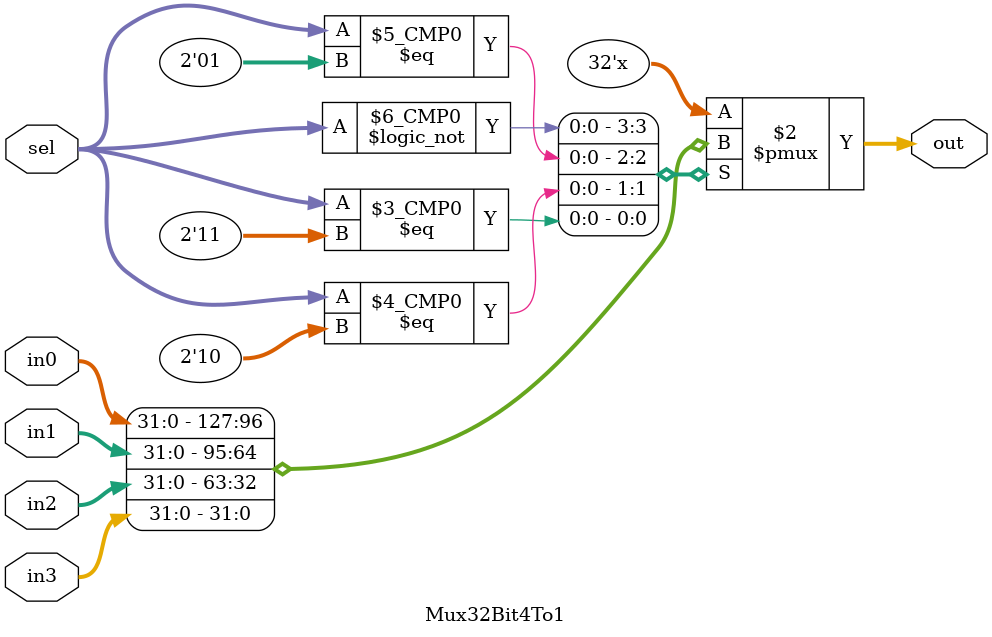
<source format=v>
`timescale 1ns / 1ps


module Mux32Bit4To1(
    output reg [31:0] out,
    input [31:0] in0,
    input [31:0] in1,
    input [31:0] in2,
    input [31:0] in3,
    input [1:0] sel
    );
    
    always @* begin
        case (sel)
            2'b00 : out <= in0;
            2'b01 : out <= in1;
            2'b10 : out <= in2;
            2'b11 : out <= in3;
        endcase
    end
endmodule

</source>
